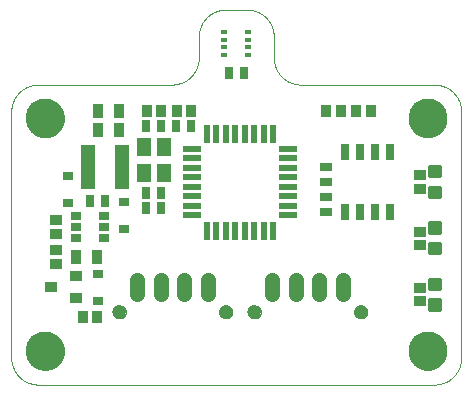
<source format=gts>
G75*
%MOIN*%
%OFA0B0*%
%FSLAX25Y25*%
%IPPOS*%
%LPD*%
%AMOC8*
5,1,8,0,0,1.08239X$1,22.5*
%
%ADD10C,0.00000*%
%ADD11C,0.12998*%
%ADD12R,0.03156X0.03943*%
%ADD13R,0.03550X0.05124*%
%ADD14R,0.03668X0.02880*%
%ADD15R,0.05124X0.14967*%
%ADD16R,0.03943X0.03746*%
%ADD17R,0.06109X0.02369*%
%ADD18R,0.02369X0.06109*%
%ADD19R,0.02369X0.01778*%
%ADD20R,0.03943X0.03156*%
%ADD21C,0.01301*%
%ADD22R,0.02900X0.05400*%
%ADD23R,0.03550X0.02880*%
%ADD24R,0.03600X0.03900*%
%ADD25R,0.05124X0.05912*%
%ADD26R,0.03943X0.03550*%
%ADD27R,0.03746X0.03943*%
%ADD28C,0.05156*%
%ADD29C,0.04731*%
D10*
X0014550Y0005550D02*
X0146550Y0005550D01*
X0146767Y0005553D01*
X0146985Y0005561D01*
X0147202Y0005574D01*
X0147419Y0005592D01*
X0147635Y0005616D01*
X0147850Y0005644D01*
X0148065Y0005678D01*
X0148279Y0005718D01*
X0148492Y0005762D01*
X0148704Y0005812D01*
X0148914Y0005866D01*
X0149124Y0005926D01*
X0149331Y0005990D01*
X0149537Y0006060D01*
X0149741Y0006135D01*
X0149944Y0006214D01*
X0150144Y0006299D01*
X0150343Y0006388D01*
X0150539Y0006482D01*
X0150733Y0006581D01*
X0150924Y0006684D01*
X0151113Y0006792D01*
X0151299Y0006905D01*
X0151482Y0007022D01*
X0151663Y0007143D01*
X0151840Y0007269D01*
X0152014Y0007399D01*
X0152186Y0007533D01*
X0152354Y0007671D01*
X0152518Y0007813D01*
X0152679Y0007960D01*
X0152837Y0008110D01*
X0152990Y0008263D01*
X0153140Y0008421D01*
X0153287Y0008582D01*
X0153429Y0008746D01*
X0153567Y0008914D01*
X0153701Y0009086D01*
X0153831Y0009260D01*
X0153957Y0009437D01*
X0154078Y0009618D01*
X0154195Y0009801D01*
X0154308Y0009987D01*
X0154416Y0010176D01*
X0154519Y0010367D01*
X0154618Y0010561D01*
X0154712Y0010757D01*
X0154801Y0010956D01*
X0154886Y0011156D01*
X0154965Y0011359D01*
X0155040Y0011563D01*
X0155110Y0011769D01*
X0155174Y0011976D01*
X0155234Y0012186D01*
X0155288Y0012396D01*
X0155338Y0012608D01*
X0155382Y0012821D01*
X0155422Y0013035D01*
X0155456Y0013250D01*
X0155484Y0013465D01*
X0155508Y0013681D01*
X0155526Y0013898D01*
X0155539Y0014115D01*
X0155547Y0014333D01*
X0155550Y0014550D01*
X0155550Y0096550D01*
X0155547Y0096767D01*
X0155539Y0096985D01*
X0155526Y0097202D01*
X0155508Y0097419D01*
X0155484Y0097635D01*
X0155456Y0097850D01*
X0155422Y0098065D01*
X0155382Y0098279D01*
X0155338Y0098492D01*
X0155288Y0098704D01*
X0155234Y0098914D01*
X0155174Y0099124D01*
X0155110Y0099331D01*
X0155040Y0099537D01*
X0154965Y0099741D01*
X0154886Y0099944D01*
X0154801Y0100144D01*
X0154712Y0100343D01*
X0154618Y0100539D01*
X0154519Y0100733D01*
X0154416Y0100924D01*
X0154308Y0101113D01*
X0154195Y0101299D01*
X0154078Y0101482D01*
X0153957Y0101663D01*
X0153831Y0101840D01*
X0153701Y0102014D01*
X0153567Y0102186D01*
X0153429Y0102354D01*
X0153287Y0102518D01*
X0153140Y0102679D01*
X0152990Y0102837D01*
X0152837Y0102990D01*
X0152679Y0103140D01*
X0152518Y0103287D01*
X0152354Y0103429D01*
X0152186Y0103567D01*
X0152014Y0103701D01*
X0151840Y0103831D01*
X0151663Y0103957D01*
X0151482Y0104078D01*
X0151299Y0104195D01*
X0151113Y0104308D01*
X0150924Y0104416D01*
X0150733Y0104519D01*
X0150539Y0104618D01*
X0150343Y0104712D01*
X0150144Y0104801D01*
X0149944Y0104886D01*
X0149741Y0104965D01*
X0149537Y0105040D01*
X0149331Y0105110D01*
X0149124Y0105174D01*
X0148914Y0105234D01*
X0148704Y0105288D01*
X0148492Y0105338D01*
X0148279Y0105382D01*
X0148065Y0105422D01*
X0147850Y0105456D01*
X0147635Y0105484D01*
X0147419Y0105508D01*
X0147202Y0105526D01*
X0146985Y0105539D01*
X0146767Y0105547D01*
X0146550Y0105550D01*
X0102050Y0105550D01*
X0101833Y0105553D01*
X0101615Y0105561D01*
X0101398Y0105574D01*
X0101181Y0105592D01*
X0100965Y0105616D01*
X0100750Y0105644D01*
X0100535Y0105678D01*
X0100321Y0105718D01*
X0100108Y0105762D01*
X0099896Y0105812D01*
X0099686Y0105866D01*
X0099476Y0105926D01*
X0099269Y0105990D01*
X0099063Y0106060D01*
X0098859Y0106135D01*
X0098656Y0106214D01*
X0098456Y0106299D01*
X0098257Y0106388D01*
X0098061Y0106482D01*
X0097867Y0106581D01*
X0097676Y0106684D01*
X0097487Y0106792D01*
X0097301Y0106905D01*
X0097118Y0107022D01*
X0096937Y0107143D01*
X0096760Y0107269D01*
X0096586Y0107399D01*
X0096414Y0107533D01*
X0096246Y0107671D01*
X0096082Y0107813D01*
X0095921Y0107960D01*
X0095763Y0108110D01*
X0095610Y0108263D01*
X0095460Y0108421D01*
X0095313Y0108582D01*
X0095171Y0108746D01*
X0095033Y0108914D01*
X0094899Y0109086D01*
X0094769Y0109260D01*
X0094643Y0109437D01*
X0094522Y0109618D01*
X0094405Y0109801D01*
X0094292Y0109987D01*
X0094184Y0110176D01*
X0094081Y0110367D01*
X0093982Y0110561D01*
X0093888Y0110757D01*
X0093799Y0110956D01*
X0093714Y0111156D01*
X0093635Y0111359D01*
X0093560Y0111563D01*
X0093490Y0111769D01*
X0093426Y0111976D01*
X0093366Y0112186D01*
X0093312Y0112396D01*
X0093262Y0112608D01*
X0093218Y0112821D01*
X0093178Y0113035D01*
X0093144Y0113250D01*
X0093116Y0113465D01*
X0093092Y0113681D01*
X0093074Y0113898D01*
X0093061Y0114115D01*
X0093053Y0114333D01*
X0093050Y0114550D01*
X0093050Y0121550D01*
X0093047Y0121767D01*
X0093039Y0121985D01*
X0093026Y0122202D01*
X0093008Y0122419D01*
X0092984Y0122635D01*
X0092956Y0122850D01*
X0092922Y0123065D01*
X0092882Y0123279D01*
X0092838Y0123492D01*
X0092788Y0123704D01*
X0092734Y0123914D01*
X0092674Y0124124D01*
X0092610Y0124331D01*
X0092540Y0124537D01*
X0092465Y0124741D01*
X0092386Y0124944D01*
X0092301Y0125144D01*
X0092212Y0125343D01*
X0092118Y0125539D01*
X0092019Y0125733D01*
X0091916Y0125924D01*
X0091808Y0126113D01*
X0091695Y0126299D01*
X0091578Y0126482D01*
X0091457Y0126663D01*
X0091331Y0126840D01*
X0091201Y0127014D01*
X0091067Y0127186D01*
X0090929Y0127354D01*
X0090787Y0127518D01*
X0090640Y0127679D01*
X0090490Y0127837D01*
X0090337Y0127990D01*
X0090179Y0128140D01*
X0090018Y0128287D01*
X0089854Y0128429D01*
X0089686Y0128567D01*
X0089514Y0128701D01*
X0089340Y0128831D01*
X0089163Y0128957D01*
X0088982Y0129078D01*
X0088799Y0129195D01*
X0088613Y0129308D01*
X0088424Y0129416D01*
X0088233Y0129519D01*
X0088039Y0129618D01*
X0087843Y0129712D01*
X0087644Y0129801D01*
X0087444Y0129886D01*
X0087241Y0129965D01*
X0087037Y0130040D01*
X0086831Y0130110D01*
X0086624Y0130174D01*
X0086414Y0130234D01*
X0086204Y0130288D01*
X0085992Y0130338D01*
X0085779Y0130382D01*
X0085565Y0130422D01*
X0085350Y0130456D01*
X0085135Y0130484D01*
X0084919Y0130508D01*
X0084702Y0130526D01*
X0084485Y0130539D01*
X0084267Y0130547D01*
X0084050Y0130550D01*
X0077050Y0130550D01*
X0076833Y0130547D01*
X0076615Y0130539D01*
X0076398Y0130526D01*
X0076181Y0130508D01*
X0075965Y0130484D01*
X0075750Y0130456D01*
X0075535Y0130422D01*
X0075321Y0130382D01*
X0075108Y0130338D01*
X0074896Y0130288D01*
X0074686Y0130234D01*
X0074476Y0130174D01*
X0074269Y0130110D01*
X0074063Y0130040D01*
X0073859Y0129965D01*
X0073656Y0129886D01*
X0073456Y0129801D01*
X0073257Y0129712D01*
X0073061Y0129618D01*
X0072867Y0129519D01*
X0072676Y0129416D01*
X0072487Y0129308D01*
X0072301Y0129195D01*
X0072118Y0129078D01*
X0071937Y0128957D01*
X0071760Y0128831D01*
X0071586Y0128701D01*
X0071414Y0128567D01*
X0071246Y0128429D01*
X0071082Y0128287D01*
X0070921Y0128140D01*
X0070763Y0127990D01*
X0070610Y0127837D01*
X0070460Y0127679D01*
X0070313Y0127518D01*
X0070171Y0127354D01*
X0070033Y0127186D01*
X0069899Y0127014D01*
X0069769Y0126840D01*
X0069643Y0126663D01*
X0069522Y0126482D01*
X0069405Y0126299D01*
X0069292Y0126113D01*
X0069184Y0125924D01*
X0069081Y0125733D01*
X0068982Y0125539D01*
X0068888Y0125343D01*
X0068799Y0125144D01*
X0068714Y0124944D01*
X0068635Y0124741D01*
X0068560Y0124537D01*
X0068490Y0124331D01*
X0068426Y0124124D01*
X0068366Y0123914D01*
X0068312Y0123704D01*
X0068262Y0123492D01*
X0068218Y0123279D01*
X0068178Y0123065D01*
X0068144Y0122850D01*
X0068116Y0122635D01*
X0068092Y0122419D01*
X0068074Y0122202D01*
X0068061Y0121985D01*
X0068053Y0121767D01*
X0068050Y0121550D01*
X0068050Y0114550D01*
X0068047Y0114333D01*
X0068039Y0114115D01*
X0068026Y0113898D01*
X0068008Y0113681D01*
X0067984Y0113465D01*
X0067956Y0113250D01*
X0067922Y0113035D01*
X0067882Y0112821D01*
X0067838Y0112608D01*
X0067788Y0112396D01*
X0067734Y0112186D01*
X0067674Y0111976D01*
X0067610Y0111769D01*
X0067540Y0111563D01*
X0067465Y0111359D01*
X0067386Y0111156D01*
X0067301Y0110956D01*
X0067212Y0110757D01*
X0067118Y0110561D01*
X0067019Y0110367D01*
X0066916Y0110176D01*
X0066808Y0109987D01*
X0066695Y0109801D01*
X0066578Y0109618D01*
X0066457Y0109437D01*
X0066331Y0109260D01*
X0066201Y0109086D01*
X0066067Y0108914D01*
X0065929Y0108746D01*
X0065787Y0108582D01*
X0065640Y0108421D01*
X0065490Y0108263D01*
X0065337Y0108110D01*
X0065179Y0107960D01*
X0065018Y0107813D01*
X0064854Y0107671D01*
X0064686Y0107533D01*
X0064514Y0107399D01*
X0064340Y0107269D01*
X0064163Y0107143D01*
X0063982Y0107022D01*
X0063799Y0106905D01*
X0063613Y0106792D01*
X0063424Y0106684D01*
X0063233Y0106581D01*
X0063039Y0106482D01*
X0062843Y0106388D01*
X0062644Y0106299D01*
X0062444Y0106214D01*
X0062241Y0106135D01*
X0062037Y0106060D01*
X0061831Y0105990D01*
X0061624Y0105926D01*
X0061414Y0105866D01*
X0061204Y0105812D01*
X0060992Y0105762D01*
X0060779Y0105718D01*
X0060565Y0105678D01*
X0060350Y0105644D01*
X0060135Y0105616D01*
X0059919Y0105592D01*
X0059702Y0105574D01*
X0059485Y0105561D01*
X0059267Y0105553D01*
X0059050Y0105550D01*
X0014550Y0105550D01*
X0014333Y0105547D01*
X0014115Y0105539D01*
X0013898Y0105526D01*
X0013681Y0105508D01*
X0013465Y0105484D01*
X0013250Y0105456D01*
X0013035Y0105422D01*
X0012821Y0105382D01*
X0012608Y0105338D01*
X0012396Y0105288D01*
X0012186Y0105234D01*
X0011976Y0105174D01*
X0011769Y0105110D01*
X0011563Y0105040D01*
X0011359Y0104965D01*
X0011156Y0104886D01*
X0010956Y0104801D01*
X0010757Y0104712D01*
X0010561Y0104618D01*
X0010367Y0104519D01*
X0010176Y0104416D01*
X0009987Y0104308D01*
X0009801Y0104195D01*
X0009618Y0104078D01*
X0009437Y0103957D01*
X0009260Y0103831D01*
X0009086Y0103701D01*
X0008914Y0103567D01*
X0008746Y0103429D01*
X0008582Y0103287D01*
X0008421Y0103140D01*
X0008263Y0102990D01*
X0008110Y0102837D01*
X0007960Y0102679D01*
X0007813Y0102518D01*
X0007671Y0102354D01*
X0007533Y0102186D01*
X0007399Y0102014D01*
X0007269Y0101840D01*
X0007143Y0101663D01*
X0007022Y0101482D01*
X0006905Y0101299D01*
X0006792Y0101113D01*
X0006684Y0100924D01*
X0006581Y0100733D01*
X0006482Y0100539D01*
X0006388Y0100343D01*
X0006299Y0100144D01*
X0006214Y0099944D01*
X0006135Y0099741D01*
X0006060Y0099537D01*
X0005990Y0099331D01*
X0005926Y0099124D01*
X0005866Y0098914D01*
X0005812Y0098704D01*
X0005762Y0098492D01*
X0005718Y0098279D01*
X0005678Y0098065D01*
X0005644Y0097850D01*
X0005616Y0097635D01*
X0005592Y0097419D01*
X0005574Y0097202D01*
X0005561Y0096985D01*
X0005553Y0096767D01*
X0005550Y0096550D01*
X0005550Y0014550D01*
X0005553Y0014333D01*
X0005561Y0014115D01*
X0005574Y0013898D01*
X0005592Y0013681D01*
X0005616Y0013465D01*
X0005644Y0013250D01*
X0005678Y0013035D01*
X0005718Y0012821D01*
X0005762Y0012608D01*
X0005812Y0012396D01*
X0005866Y0012186D01*
X0005926Y0011976D01*
X0005990Y0011769D01*
X0006060Y0011563D01*
X0006135Y0011359D01*
X0006214Y0011156D01*
X0006299Y0010956D01*
X0006388Y0010757D01*
X0006482Y0010561D01*
X0006581Y0010367D01*
X0006684Y0010176D01*
X0006792Y0009987D01*
X0006905Y0009801D01*
X0007022Y0009618D01*
X0007143Y0009437D01*
X0007269Y0009260D01*
X0007399Y0009086D01*
X0007533Y0008914D01*
X0007671Y0008746D01*
X0007813Y0008582D01*
X0007960Y0008421D01*
X0008110Y0008263D01*
X0008263Y0008110D01*
X0008421Y0007960D01*
X0008582Y0007813D01*
X0008746Y0007671D01*
X0008914Y0007533D01*
X0009086Y0007399D01*
X0009260Y0007269D01*
X0009437Y0007143D01*
X0009618Y0007022D01*
X0009801Y0006905D01*
X0009987Y0006792D01*
X0010176Y0006684D01*
X0010367Y0006581D01*
X0010561Y0006482D01*
X0010757Y0006388D01*
X0010956Y0006299D01*
X0011156Y0006214D01*
X0011359Y0006135D01*
X0011563Y0006060D01*
X0011769Y0005990D01*
X0011976Y0005926D01*
X0012186Y0005866D01*
X0012396Y0005812D01*
X0012608Y0005762D01*
X0012821Y0005718D01*
X0013035Y0005678D01*
X0013250Y0005644D01*
X0013465Y0005616D01*
X0013681Y0005592D01*
X0013898Y0005574D01*
X0014115Y0005561D01*
X0014333Y0005553D01*
X0014550Y0005550D01*
X0010501Y0016800D02*
X0010503Y0016958D01*
X0010509Y0017116D01*
X0010519Y0017274D01*
X0010533Y0017432D01*
X0010551Y0017589D01*
X0010572Y0017746D01*
X0010598Y0017902D01*
X0010628Y0018058D01*
X0010661Y0018213D01*
X0010699Y0018366D01*
X0010740Y0018519D01*
X0010785Y0018671D01*
X0010834Y0018822D01*
X0010887Y0018971D01*
X0010943Y0019119D01*
X0011003Y0019265D01*
X0011067Y0019410D01*
X0011135Y0019553D01*
X0011206Y0019695D01*
X0011280Y0019835D01*
X0011358Y0019972D01*
X0011440Y0020108D01*
X0011524Y0020242D01*
X0011613Y0020373D01*
X0011704Y0020502D01*
X0011799Y0020629D01*
X0011896Y0020754D01*
X0011997Y0020876D01*
X0012101Y0020995D01*
X0012208Y0021112D01*
X0012318Y0021226D01*
X0012431Y0021337D01*
X0012546Y0021446D01*
X0012664Y0021551D01*
X0012785Y0021653D01*
X0012908Y0021753D01*
X0013034Y0021849D01*
X0013162Y0021942D01*
X0013292Y0022032D01*
X0013425Y0022118D01*
X0013560Y0022202D01*
X0013696Y0022281D01*
X0013835Y0022358D01*
X0013976Y0022430D01*
X0014118Y0022500D01*
X0014262Y0022565D01*
X0014408Y0022627D01*
X0014555Y0022685D01*
X0014704Y0022740D01*
X0014854Y0022791D01*
X0015005Y0022838D01*
X0015157Y0022881D01*
X0015310Y0022920D01*
X0015465Y0022956D01*
X0015620Y0022987D01*
X0015776Y0023015D01*
X0015932Y0023039D01*
X0016089Y0023059D01*
X0016247Y0023075D01*
X0016404Y0023087D01*
X0016563Y0023095D01*
X0016721Y0023099D01*
X0016879Y0023099D01*
X0017037Y0023095D01*
X0017196Y0023087D01*
X0017353Y0023075D01*
X0017511Y0023059D01*
X0017668Y0023039D01*
X0017824Y0023015D01*
X0017980Y0022987D01*
X0018135Y0022956D01*
X0018290Y0022920D01*
X0018443Y0022881D01*
X0018595Y0022838D01*
X0018746Y0022791D01*
X0018896Y0022740D01*
X0019045Y0022685D01*
X0019192Y0022627D01*
X0019338Y0022565D01*
X0019482Y0022500D01*
X0019624Y0022430D01*
X0019765Y0022358D01*
X0019904Y0022281D01*
X0020040Y0022202D01*
X0020175Y0022118D01*
X0020308Y0022032D01*
X0020438Y0021942D01*
X0020566Y0021849D01*
X0020692Y0021753D01*
X0020815Y0021653D01*
X0020936Y0021551D01*
X0021054Y0021446D01*
X0021169Y0021337D01*
X0021282Y0021226D01*
X0021392Y0021112D01*
X0021499Y0020995D01*
X0021603Y0020876D01*
X0021704Y0020754D01*
X0021801Y0020629D01*
X0021896Y0020502D01*
X0021987Y0020373D01*
X0022076Y0020242D01*
X0022160Y0020108D01*
X0022242Y0019972D01*
X0022320Y0019835D01*
X0022394Y0019695D01*
X0022465Y0019553D01*
X0022533Y0019410D01*
X0022597Y0019265D01*
X0022657Y0019119D01*
X0022713Y0018971D01*
X0022766Y0018822D01*
X0022815Y0018671D01*
X0022860Y0018519D01*
X0022901Y0018366D01*
X0022939Y0018213D01*
X0022972Y0018058D01*
X0023002Y0017902D01*
X0023028Y0017746D01*
X0023049Y0017589D01*
X0023067Y0017432D01*
X0023081Y0017274D01*
X0023091Y0017116D01*
X0023097Y0016958D01*
X0023099Y0016800D01*
X0023097Y0016642D01*
X0023091Y0016484D01*
X0023081Y0016326D01*
X0023067Y0016168D01*
X0023049Y0016011D01*
X0023028Y0015854D01*
X0023002Y0015698D01*
X0022972Y0015542D01*
X0022939Y0015387D01*
X0022901Y0015234D01*
X0022860Y0015081D01*
X0022815Y0014929D01*
X0022766Y0014778D01*
X0022713Y0014629D01*
X0022657Y0014481D01*
X0022597Y0014335D01*
X0022533Y0014190D01*
X0022465Y0014047D01*
X0022394Y0013905D01*
X0022320Y0013765D01*
X0022242Y0013628D01*
X0022160Y0013492D01*
X0022076Y0013358D01*
X0021987Y0013227D01*
X0021896Y0013098D01*
X0021801Y0012971D01*
X0021704Y0012846D01*
X0021603Y0012724D01*
X0021499Y0012605D01*
X0021392Y0012488D01*
X0021282Y0012374D01*
X0021169Y0012263D01*
X0021054Y0012154D01*
X0020936Y0012049D01*
X0020815Y0011947D01*
X0020692Y0011847D01*
X0020566Y0011751D01*
X0020438Y0011658D01*
X0020308Y0011568D01*
X0020175Y0011482D01*
X0020040Y0011398D01*
X0019904Y0011319D01*
X0019765Y0011242D01*
X0019624Y0011170D01*
X0019482Y0011100D01*
X0019338Y0011035D01*
X0019192Y0010973D01*
X0019045Y0010915D01*
X0018896Y0010860D01*
X0018746Y0010809D01*
X0018595Y0010762D01*
X0018443Y0010719D01*
X0018290Y0010680D01*
X0018135Y0010644D01*
X0017980Y0010613D01*
X0017824Y0010585D01*
X0017668Y0010561D01*
X0017511Y0010541D01*
X0017353Y0010525D01*
X0017196Y0010513D01*
X0017037Y0010505D01*
X0016879Y0010501D01*
X0016721Y0010501D01*
X0016563Y0010505D01*
X0016404Y0010513D01*
X0016247Y0010525D01*
X0016089Y0010541D01*
X0015932Y0010561D01*
X0015776Y0010585D01*
X0015620Y0010613D01*
X0015465Y0010644D01*
X0015310Y0010680D01*
X0015157Y0010719D01*
X0015005Y0010762D01*
X0014854Y0010809D01*
X0014704Y0010860D01*
X0014555Y0010915D01*
X0014408Y0010973D01*
X0014262Y0011035D01*
X0014118Y0011100D01*
X0013976Y0011170D01*
X0013835Y0011242D01*
X0013696Y0011319D01*
X0013560Y0011398D01*
X0013425Y0011482D01*
X0013292Y0011568D01*
X0013162Y0011658D01*
X0013034Y0011751D01*
X0012908Y0011847D01*
X0012785Y0011947D01*
X0012664Y0012049D01*
X0012546Y0012154D01*
X0012431Y0012263D01*
X0012318Y0012374D01*
X0012208Y0012488D01*
X0012101Y0012605D01*
X0011997Y0012724D01*
X0011896Y0012846D01*
X0011799Y0012971D01*
X0011704Y0013098D01*
X0011613Y0013227D01*
X0011524Y0013358D01*
X0011440Y0013492D01*
X0011358Y0013628D01*
X0011280Y0013765D01*
X0011206Y0013905D01*
X0011135Y0014047D01*
X0011067Y0014190D01*
X0011003Y0014335D01*
X0010943Y0014481D01*
X0010887Y0014629D01*
X0010834Y0014778D01*
X0010785Y0014929D01*
X0010740Y0015081D01*
X0010699Y0015234D01*
X0010661Y0015387D01*
X0010628Y0015542D01*
X0010598Y0015698D01*
X0010572Y0015854D01*
X0010551Y0016011D01*
X0010533Y0016168D01*
X0010519Y0016326D01*
X0010509Y0016484D01*
X0010503Y0016642D01*
X0010501Y0016800D01*
X0039418Y0029782D02*
X0039420Y0029875D01*
X0039426Y0029967D01*
X0039436Y0030059D01*
X0039450Y0030150D01*
X0039467Y0030241D01*
X0039489Y0030331D01*
X0039514Y0030420D01*
X0039543Y0030508D01*
X0039576Y0030594D01*
X0039613Y0030679D01*
X0039653Y0030763D01*
X0039697Y0030844D01*
X0039744Y0030924D01*
X0039794Y0031002D01*
X0039848Y0031077D01*
X0039905Y0031150D01*
X0039965Y0031220D01*
X0040028Y0031288D01*
X0040094Y0031353D01*
X0040162Y0031415D01*
X0040233Y0031475D01*
X0040307Y0031531D01*
X0040383Y0031584D01*
X0040461Y0031633D01*
X0040541Y0031680D01*
X0040623Y0031722D01*
X0040707Y0031762D01*
X0040792Y0031797D01*
X0040879Y0031829D01*
X0040967Y0031858D01*
X0041056Y0031882D01*
X0041146Y0031903D01*
X0041237Y0031919D01*
X0041329Y0031932D01*
X0041421Y0031941D01*
X0041514Y0031946D01*
X0041606Y0031947D01*
X0041699Y0031944D01*
X0041791Y0031937D01*
X0041883Y0031926D01*
X0041974Y0031911D01*
X0042065Y0031893D01*
X0042155Y0031870D01*
X0042243Y0031844D01*
X0042331Y0031814D01*
X0042417Y0031780D01*
X0042501Y0031743D01*
X0042584Y0031701D01*
X0042665Y0031657D01*
X0042745Y0031609D01*
X0042822Y0031558D01*
X0042896Y0031503D01*
X0042969Y0031445D01*
X0043039Y0031385D01*
X0043106Y0031321D01*
X0043170Y0031255D01*
X0043232Y0031185D01*
X0043290Y0031114D01*
X0043345Y0031040D01*
X0043397Y0030963D01*
X0043446Y0030884D01*
X0043492Y0030804D01*
X0043534Y0030721D01*
X0043572Y0030637D01*
X0043607Y0030551D01*
X0043638Y0030464D01*
X0043665Y0030376D01*
X0043688Y0030286D01*
X0043708Y0030196D01*
X0043724Y0030105D01*
X0043736Y0030013D01*
X0043744Y0029921D01*
X0043748Y0029828D01*
X0043748Y0029736D01*
X0043744Y0029643D01*
X0043736Y0029551D01*
X0043724Y0029459D01*
X0043708Y0029368D01*
X0043688Y0029278D01*
X0043665Y0029188D01*
X0043638Y0029100D01*
X0043607Y0029013D01*
X0043572Y0028927D01*
X0043534Y0028843D01*
X0043492Y0028760D01*
X0043446Y0028680D01*
X0043397Y0028601D01*
X0043345Y0028524D01*
X0043290Y0028450D01*
X0043232Y0028379D01*
X0043170Y0028309D01*
X0043106Y0028243D01*
X0043039Y0028179D01*
X0042969Y0028119D01*
X0042896Y0028061D01*
X0042822Y0028006D01*
X0042745Y0027955D01*
X0042666Y0027907D01*
X0042584Y0027863D01*
X0042501Y0027821D01*
X0042417Y0027784D01*
X0042331Y0027750D01*
X0042243Y0027720D01*
X0042155Y0027694D01*
X0042065Y0027671D01*
X0041974Y0027653D01*
X0041883Y0027638D01*
X0041791Y0027627D01*
X0041699Y0027620D01*
X0041606Y0027617D01*
X0041514Y0027618D01*
X0041421Y0027623D01*
X0041329Y0027632D01*
X0041237Y0027645D01*
X0041146Y0027661D01*
X0041056Y0027682D01*
X0040967Y0027706D01*
X0040879Y0027735D01*
X0040792Y0027767D01*
X0040707Y0027802D01*
X0040623Y0027842D01*
X0040541Y0027884D01*
X0040461Y0027931D01*
X0040383Y0027980D01*
X0040307Y0028033D01*
X0040233Y0028089D01*
X0040162Y0028149D01*
X0040094Y0028211D01*
X0040028Y0028276D01*
X0039965Y0028344D01*
X0039905Y0028414D01*
X0039848Y0028487D01*
X0039794Y0028562D01*
X0039744Y0028640D01*
X0039697Y0028720D01*
X0039653Y0028801D01*
X0039613Y0028885D01*
X0039576Y0028970D01*
X0039543Y0029056D01*
X0039514Y0029144D01*
X0039489Y0029233D01*
X0039467Y0029323D01*
X0039450Y0029414D01*
X0039436Y0029505D01*
X0039426Y0029597D01*
X0039420Y0029689D01*
X0039418Y0029782D01*
X0074852Y0029782D02*
X0074854Y0029875D01*
X0074860Y0029967D01*
X0074870Y0030059D01*
X0074884Y0030150D01*
X0074901Y0030241D01*
X0074923Y0030331D01*
X0074948Y0030420D01*
X0074977Y0030508D01*
X0075010Y0030594D01*
X0075047Y0030679D01*
X0075087Y0030763D01*
X0075131Y0030844D01*
X0075178Y0030924D01*
X0075228Y0031002D01*
X0075282Y0031077D01*
X0075339Y0031150D01*
X0075399Y0031220D01*
X0075462Y0031288D01*
X0075528Y0031353D01*
X0075596Y0031415D01*
X0075667Y0031475D01*
X0075741Y0031531D01*
X0075817Y0031584D01*
X0075895Y0031633D01*
X0075975Y0031680D01*
X0076057Y0031722D01*
X0076141Y0031762D01*
X0076226Y0031797D01*
X0076313Y0031829D01*
X0076401Y0031858D01*
X0076490Y0031882D01*
X0076580Y0031903D01*
X0076671Y0031919D01*
X0076763Y0031932D01*
X0076855Y0031941D01*
X0076948Y0031946D01*
X0077040Y0031947D01*
X0077133Y0031944D01*
X0077225Y0031937D01*
X0077317Y0031926D01*
X0077408Y0031911D01*
X0077499Y0031893D01*
X0077589Y0031870D01*
X0077677Y0031844D01*
X0077765Y0031814D01*
X0077851Y0031780D01*
X0077935Y0031743D01*
X0078018Y0031701D01*
X0078099Y0031657D01*
X0078179Y0031609D01*
X0078256Y0031558D01*
X0078330Y0031503D01*
X0078403Y0031445D01*
X0078473Y0031385D01*
X0078540Y0031321D01*
X0078604Y0031255D01*
X0078666Y0031185D01*
X0078724Y0031114D01*
X0078779Y0031040D01*
X0078831Y0030963D01*
X0078880Y0030884D01*
X0078926Y0030804D01*
X0078968Y0030721D01*
X0079006Y0030637D01*
X0079041Y0030551D01*
X0079072Y0030464D01*
X0079099Y0030376D01*
X0079122Y0030286D01*
X0079142Y0030196D01*
X0079158Y0030105D01*
X0079170Y0030013D01*
X0079178Y0029921D01*
X0079182Y0029828D01*
X0079182Y0029736D01*
X0079178Y0029643D01*
X0079170Y0029551D01*
X0079158Y0029459D01*
X0079142Y0029368D01*
X0079122Y0029278D01*
X0079099Y0029188D01*
X0079072Y0029100D01*
X0079041Y0029013D01*
X0079006Y0028927D01*
X0078968Y0028843D01*
X0078926Y0028760D01*
X0078880Y0028680D01*
X0078831Y0028601D01*
X0078779Y0028524D01*
X0078724Y0028450D01*
X0078666Y0028379D01*
X0078604Y0028309D01*
X0078540Y0028243D01*
X0078473Y0028179D01*
X0078403Y0028119D01*
X0078330Y0028061D01*
X0078256Y0028006D01*
X0078179Y0027955D01*
X0078100Y0027907D01*
X0078018Y0027863D01*
X0077935Y0027821D01*
X0077851Y0027784D01*
X0077765Y0027750D01*
X0077677Y0027720D01*
X0077589Y0027694D01*
X0077499Y0027671D01*
X0077408Y0027653D01*
X0077317Y0027638D01*
X0077225Y0027627D01*
X0077133Y0027620D01*
X0077040Y0027617D01*
X0076948Y0027618D01*
X0076855Y0027623D01*
X0076763Y0027632D01*
X0076671Y0027645D01*
X0076580Y0027661D01*
X0076490Y0027682D01*
X0076401Y0027706D01*
X0076313Y0027735D01*
X0076226Y0027767D01*
X0076141Y0027802D01*
X0076057Y0027842D01*
X0075975Y0027884D01*
X0075895Y0027931D01*
X0075817Y0027980D01*
X0075741Y0028033D01*
X0075667Y0028089D01*
X0075596Y0028149D01*
X0075528Y0028211D01*
X0075462Y0028276D01*
X0075399Y0028344D01*
X0075339Y0028414D01*
X0075282Y0028487D01*
X0075228Y0028562D01*
X0075178Y0028640D01*
X0075131Y0028720D01*
X0075087Y0028801D01*
X0075047Y0028885D01*
X0075010Y0028970D01*
X0074977Y0029056D01*
X0074948Y0029144D01*
X0074923Y0029233D01*
X0074901Y0029323D01*
X0074884Y0029414D01*
X0074870Y0029505D01*
X0074860Y0029597D01*
X0074854Y0029689D01*
X0074852Y0029782D01*
X0084418Y0029782D02*
X0084420Y0029875D01*
X0084426Y0029967D01*
X0084436Y0030059D01*
X0084450Y0030150D01*
X0084467Y0030241D01*
X0084489Y0030331D01*
X0084514Y0030420D01*
X0084543Y0030508D01*
X0084576Y0030594D01*
X0084613Y0030679D01*
X0084653Y0030763D01*
X0084697Y0030844D01*
X0084744Y0030924D01*
X0084794Y0031002D01*
X0084848Y0031077D01*
X0084905Y0031150D01*
X0084965Y0031220D01*
X0085028Y0031288D01*
X0085094Y0031353D01*
X0085162Y0031415D01*
X0085233Y0031475D01*
X0085307Y0031531D01*
X0085383Y0031584D01*
X0085461Y0031633D01*
X0085541Y0031680D01*
X0085623Y0031722D01*
X0085707Y0031762D01*
X0085792Y0031797D01*
X0085879Y0031829D01*
X0085967Y0031858D01*
X0086056Y0031882D01*
X0086146Y0031903D01*
X0086237Y0031919D01*
X0086329Y0031932D01*
X0086421Y0031941D01*
X0086514Y0031946D01*
X0086606Y0031947D01*
X0086699Y0031944D01*
X0086791Y0031937D01*
X0086883Y0031926D01*
X0086974Y0031911D01*
X0087065Y0031893D01*
X0087155Y0031870D01*
X0087243Y0031844D01*
X0087331Y0031814D01*
X0087417Y0031780D01*
X0087501Y0031743D01*
X0087584Y0031701D01*
X0087665Y0031657D01*
X0087745Y0031609D01*
X0087822Y0031558D01*
X0087896Y0031503D01*
X0087969Y0031445D01*
X0088039Y0031385D01*
X0088106Y0031321D01*
X0088170Y0031255D01*
X0088232Y0031185D01*
X0088290Y0031114D01*
X0088345Y0031040D01*
X0088397Y0030963D01*
X0088446Y0030884D01*
X0088492Y0030804D01*
X0088534Y0030721D01*
X0088572Y0030637D01*
X0088607Y0030551D01*
X0088638Y0030464D01*
X0088665Y0030376D01*
X0088688Y0030286D01*
X0088708Y0030196D01*
X0088724Y0030105D01*
X0088736Y0030013D01*
X0088744Y0029921D01*
X0088748Y0029828D01*
X0088748Y0029736D01*
X0088744Y0029643D01*
X0088736Y0029551D01*
X0088724Y0029459D01*
X0088708Y0029368D01*
X0088688Y0029278D01*
X0088665Y0029188D01*
X0088638Y0029100D01*
X0088607Y0029013D01*
X0088572Y0028927D01*
X0088534Y0028843D01*
X0088492Y0028760D01*
X0088446Y0028680D01*
X0088397Y0028601D01*
X0088345Y0028524D01*
X0088290Y0028450D01*
X0088232Y0028379D01*
X0088170Y0028309D01*
X0088106Y0028243D01*
X0088039Y0028179D01*
X0087969Y0028119D01*
X0087896Y0028061D01*
X0087822Y0028006D01*
X0087745Y0027955D01*
X0087666Y0027907D01*
X0087584Y0027863D01*
X0087501Y0027821D01*
X0087417Y0027784D01*
X0087331Y0027750D01*
X0087243Y0027720D01*
X0087155Y0027694D01*
X0087065Y0027671D01*
X0086974Y0027653D01*
X0086883Y0027638D01*
X0086791Y0027627D01*
X0086699Y0027620D01*
X0086606Y0027617D01*
X0086514Y0027618D01*
X0086421Y0027623D01*
X0086329Y0027632D01*
X0086237Y0027645D01*
X0086146Y0027661D01*
X0086056Y0027682D01*
X0085967Y0027706D01*
X0085879Y0027735D01*
X0085792Y0027767D01*
X0085707Y0027802D01*
X0085623Y0027842D01*
X0085541Y0027884D01*
X0085461Y0027931D01*
X0085383Y0027980D01*
X0085307Y0028033D01*
X0085233Y0028089D01*
X0085162Y0028149D01*
X0085094Y0028211D01*
X0085028Y0028276D01*
X0084965Y0028344D01*
X0084905Y0028414D01*
X0084848Y0028487D01*
X0084794Y0028562D01*
X0084744Y0028640D01*
X0084697Y0028720D01*
X0084653Y0028801D01*
X0084613Y0028885D01*
X0084576Y0028970D01*
X0084543Y0029056D01*
X0084514Y0029144D01*
X0084489Y0029233D01*
X0084467Y0029323D01*
X0084450Y0029414D01*
X0084436Y0029505D01*
X0084426Y0029597D01*
X0084420Y0029689D01*
X0084418Y0029782D01*
X0119852Y0029782D02*
X0119854Y0029875D01*
X0119860Y0029967D01*
X0119870Y0030059D01*
X0119884Y0030150D01*
X0119901Y0030241D01*
X0119923Y0030331D01*
X0119948Y0030420D01*
X0119977Y0030508D01*
X0120010Y0030594D01*
X0120047Y0030679D01*
X0120087Y0030763D01*
X0120131Y0030844D01*
X0120178Y0030924D01*
X0120228Y0031002D01*
X0120282Y0031077D01*
X0120339Y0031150D01*
X0120399Y0031220D01*
X0120462Y0031288D01*
X0120528Y0031353D01*
X0120596Y0031415D01*
X0120667Y0031475D01*
X0120741Y0031531D01*
X0120817Y0031584D01*
X0120895Y0031633D01*
X0120975Y0031680D01*
X0121057Y0031722D01*
X0121141Y0031762D01*
X0121226Y0031797D01*
X0121313Y0031829D01*
X0121401Y0031858D01*
X0121490Y0031882D01*
X0121580Y0031903D01*
X0121671Y0031919D01*
X0121763Y0031932D01*
X0121855Y0031941D01*
X0121948Y0031946D01*
X0122040Y0031947D01*
X0122133Y0031944D01*
X0122225Y0031937D01*
X0122317Y0031926D01*
X0122408Y0031911D01*
X0122499Y0031893D01*
X0122589Y0031870D01*
X0122677Y0031844D01*
X0122765Y0031814D01*
X0122851Y0031780D01*
X0122935Y0031743D01*
X0123018Y0031701D01*
X0123099Y0031657D01*
X0123179Y0031609D01*
X0123256Y0031558D01*
X0123330Y0031503D01*
X0123403Y0031445D01*
X0123473Y0031385D01*
X0123540Y0031321D01*
X0123604Y0031255D01*
X0123666Y0031185D01*
X0123724Y0031114D01*
X0123779Y0031040D01*
X0123831Y0030963D01*
X0123880Y0030884D01*
X0123926Y0030804D01*
X0123968Y0030721D01*
X0124006Y0030637D01*
X0124041Y0030551D01*
X0124072Y0030464D01*
X0124099Y0030376D01*
X0124122Y0030286D01*
X0124142Y0030196D01*
X0124158Y0030105D01*
X0124170Y0030013D01*
X0124178Y0029921D01*
X0124182Y0029828D01*
X0124182Y0029736D01*
X0124178Y0029643D01*
X0124170Y0029551D01*
X0124158Y0029459D01*
X0124142Y0029368D01*
X0124122Y0029278D01*
X0124099Y0029188D01*
X0124072Y0029100D01*
X0124041Y0029013D01*
X0124006Y0028927D01*
X0123968Y0028843D01*
X0123926Y0028760D01*
X0123880Y0028680D01*
X0123831Y0028601D01*
X0123779Y0028524D01*
X0123724Y0028450D01*
X0123666Y0028379D01*
X0123604Y0028309D01*
X0123540Y0028243D01*
X0123473Y0028179D01*
X0123403Y0028119D01*
X0123330Y0028061D01*
X0123256Y0028006D01*
X0123179Y0027955D01*
X0123100Y0027907D01*
X0123018Y0027863D01*
X0122935Y0027821D01*
X0122851Y0027784D01*
X0122765Y0027750D01*
X0122677Y0027720D01*
X0122589Y0027694D01*
X0122499Y0027671D01*
X0122408Y0027653D01*
X0122317Y0027638D01*
X0122225Y0027627D01*
X0122133Y0027620D01*
X0122040Y0027617D01*
X0121948Y0027618D01*
X0121855Y0027623D01*
X0121763Y0027632D01*
X0121671Y0027645D01*
X0121580Y0027661D01*
X0121490Y0027682D01*
X0121401Y0027706D01*
X0121313Y0027735D01*
X0121226Y0027767D01*
X0121141Y0027802D01*
X0121057Y0027842D01*
X0120975Y0027884D01*
X0120895Y0027931D01*
X0120817Y0027980D01*
X0120741Y0028033D01*
X0120667Y0028089D01*
X0120596Y0028149D01*
X0120528Y0028211D01*
X0120462Y0028276D01*
X0120399Y0028344D01*
X0120339Y0028414D01*
X0120282Y0028487D01*
X0120228Y0028562D01*
X0120178Y0028640D01*
X0120131Y0028720D01*
X0120087Y0028801D01*
X0120047Y0028885D01*
X0120010Y0028970D01*
X0119977Y0029056D01*
X0119948Y0029144D01*
X0119923Y0029233D01*
X0119901Y0029323D01*
X0119884Y0029414D01*
X0119870Y0029505D01*
X0119860Y0029597D01*
X0119854Y0029689D01*
X0119852Y0029782D01*
X0138001Y0016800D02*
X0138003Y0016958D01*
X0138009Y0017116D01*
X0138019Y0017274D01*
X0138033Y0017432D01*
X0138051Y0017589D01*
X0138072Y0017746D01*
X0138098Y0017902D01*
X0138128Y0018058D01*
X0138161Y0018213D01*
X0138199Y0018366D01*
X0138240Y0018519D01*
X0138285Y0018671D01*
X0138334Y0018822D01*
X0138387Y0018971D01*
X0138443Y0019119D01*
X0138503Y0019265D01*
X0138567Y0019410D01*
X0138635Y0019553D01*
X0138706Y0019695D01*
X0138780Y0019835D01*
X0138858Y0019972D01*
X0138940Y0020108D01*
X0139024Y0020242D01*
X0139113Y0020373D01*
X0139204Y0020502D01*
X0139299Y0020629D01*
X0139396Y0020754D01*
X0139497Y0020876D01*
X0139601Y0020995D01*
X0139708Y0021112D01*
X0139818Y0021226D01*
X0139931Y0021337D01*
X0140046Y0021446D01*
X0140164Y0021551D01*
X0140285Y0021653D01*
X0140408Y0021753D01*
X0140534Y0021849D01*
X0140662Y0021942D01*
X0140792Y0022032D01*
X0140925Y0022118D01*
X0141060Y0022202D01*
X0141196Y0022281D01*
X0141335Y0022358D01*
X0141476Y0022430D01*
X0141618Y0022500D01*
X0141762Y0022565D01*
X0141908Y0022627D01*
X0142055Y0022685D01*
X0142204Y0022740D01*
X0142354Y0022791D01*
X0142505Y0022838D01*
X0142657Y0022881D01*
X0142810Y0022920D01*
X0142965Y0022956D01*
X0143120Y0022987D01*
X0143276Y0023015D01*
X0143432Y0023039D01*
X0143589Y0023059D01*
X0143747Y0023075D01*
X0143904Y0023087D01*
X0144063Y0023095D01*
X0144221Y0023099D01*
X0144379Y0023099D01*
X0144537Y0023095D01*
X0144696Y0023087D01*
X0144853Y0023075D01*
X0145011Y0023059D01*
X0145168Y0023039D01*
X0145324Y0023015D01*
X0145480Y0022987D01*
X0145635Y0022956D01*
X0145790Y0022920D01*
X0145943Y0022881D01*
X0146095Y0022838D01*
X0146246Y0022791D01*
X0146396Y0022740D01*
X0146545Y0022685D01*
X0146692Y0022627D01*
X0146838Y0022565D01*
X0146982Y0022500D01*
X0147124Y0022430D01*
X0147265Y0022358D01*
X0147404Y0022281D01*
X0147540Y0022202D01*
X0147675Y0022118D01*
X0147808Y0022032D01*
X0147938Y0021942D01*
X0148066Y0021849D01*
X0148192Y0021753D01*
X0148315Y0021653D01*
X0148436Y0021551D01*
X0148554Y0021446D01*
X0148669Y0021337D01*
X0148782Y0021226D01*
X0148892Y0021112D01*
X0148999Y0020995D01*
X0149103Y0020876D01*
X0149204Y0020754D01*
X0149301Y0020629D01*
X0149396Y0020502D01*
X0149487Y0020373D01*
X0149576Y0020242D01*
X0149660Y0020108D01*
X0149742Y0019972D01*
X0149820Y0019835D01*
X0149894Y0019695D01*
X0149965Y0019553D01*
X0150033Y0019410D01*
X0150097Y0019265D01*
X0150157Y0019119D01*
X0150213Y0018971D01*
X0150266Y0018822D01*
X0150315Y0018671D01*
X0150360Y0018519D01*
X0150401Y0018366D01*
X0150439Y0018213D01*
X0150472Y0018058D01*
X0150502Y0017902D01*
X0150528Y0017746D01*
X0150549Y0017589D01*
X0150567Y0017432D01*
X0150581Y0017274D01*
X0150591Y0017116D01*
X0150597Y0016958D01*
X0150599Y0016800D01*
X0150597Y0016642D01*
X0150591Y0016484D01*
X0150581Y0016326D01*
X0150567Y0016168D01*
X0150549Y0016011D01*
X0150528Y0015854D01*
X0150502Y0015698D01*
X0150472Y0015542D01*
X0150439Y0015387D01*
X0150401Y0015234D01*
X0150360Y0015081D01*
X0150315Y0014929D01*
X0150266Y0014778D01*
X0150213Y0014629D01*
X0150157Y0014481D01*
X0150097Y0014335D01*
X0150033Y0014190D01*
X0149965Y0014047D01*
X0149894Y0013905D01*
X0149820Y0013765D01*
X0149742Y0013628D01*
X0149660Y0013492D01*
X0149576Y0013358D01*
X0149487Y0013227D01*
X0149396Y0013098D01*
X0149301Y0012971D01*
X0149204Y0012846D01*
X0149103Y0012724D01*
X0148999Y0012605D01*
X0148892Y0012488D01*
X0148782Y0012374D01*
X0148669Y0012263D01*
X0148554Y0012154D01*
X0148436Y0012049D01*
X0148315Y0011947D01*
X0148192Y0011847D01*
X0148066Y0011751D01*
X0147938Y0011658D01*
X0147808Y0011568D01*
X0147675Y0011482D01*
X0147540Y0011398D01*
X0147404Y0011319D01*
X0147265Y0011242D01*
X0147124Y0011170D01*
X0146982Y0011100D01*
X0146838Y0011035D01*
X0146692Y0010973D01*
X0146545Y0010915D01*
X0146396Y0010860D01*
X0146246Y0010809D01*
X0146095Y0010762D01*
X0145943Y0010719D01*
X0145790Y0010680D01*
X0145635Y0010644D01*
X0145480Y0010613D01*
X0145324Y0010585D01*
X0145168Y0010561D01*
X0145011Y0010541D01*
X0144853Y0010525D01*
X0144696Y0010513D01*
X0144537Y0010505D01*
X0144379Y0010501D01*
X0144221Y0010501D01*
X0144063Y0010505D01*
X0143904Y0010513D01*
X0143747Y0010525D01*
X0143589Y0010541D01*
X0143432Y0010561D01*
X0143276Y0010585D01*
X0143120Y0010613D01*
X0142965Y0010644D01*
X0142810Y0010680D01*
X0142657Y0010719D01*
X0142505Y0010762D01*
X0142354Y0010809D01*
X0142204Y0010860D01*
X0142055Y0010915D01*
X0141908Y0010973D01*
X0141762Y0011035D01*
X0141618Y0011100D01*
X0141476Y0011170D01*
X0141335Y0011242D01*
X0141196Y0011319D01*
X0141060Y0011398D01*
X0140925Y0011482D01*
X0140792Y0011568D01*
X0140662Y0011658D01*
X0140534Y0011751D01*
X0140408Y0011847D01*
X0140285Y0011947D01*
X0140164Y0012049D01*
X0140046Y0012154D01*
X0139931Y0012263D01*
X0139818Y0012374D01*
X0139708Y0012488D01*
X0139601Y0012605D01*
X0139497Y0012724D01*
X0139396Y0012846D01*
X0139299Y0012971D01*
X0139204Y0013098D01*
X0139113Y0013227D01*
X0139024Y0013358D01*
X0138940Y0013492D01*
X0138858Y0013628D01*
X0138780Y0013765D01*
X0138706Y0013905D01*
X0138635Y0014047D01*
X0138567Y0014190D01*
X0138503Y0014335D01*
X0138443Y0014481D01*
X0138387Y0014629D01*
X0138334Y0014778D01*
X0138285Y0014929D01*
X0138240Y0015081D01*
X0138199Y0015234D01*
X0138161Y0015387D01*
X0138128Y0015542D01*
X0138098Y0015698D01*
X0138072Y0015854D01*
X0138051Y0016011D01*
X0138033Y0016168D01*
X0138019Y0016326D01*
X0138009Y0016484D01*
X0138003Y0016642D01*
X0138001Y0016800D01*
X0138001Y0094300D02*
X0138003Y0094458D01*
X0138009Y0094616D01*
X0138019Y0094774D01*
X0138033Y0094932D01*
X0138051Y0095089D01*
X0138072Y0095246D01*
X0138098Y0095402D01*
X0138128Y0095558D01*
X0138161Y0095713D01*
X0138199Y0095866D01*
X0138240Y0096019D01*
X0138285Y0096171D01*
X0138334Y0096322D01*
X0138387Y0096471D01*
X0138443Y0096619D01*
X0138503Y0096765D01*
X0138567Y0096910D01*
X0138635Y0097053D01*
X0138706Y0097195D01*
X0138780Y0097335D01*
X0138858Y0097472D01*
X0138940Y0097608D01*
X0139024Y0097742D01*
X0139113Y0097873D01*
X0139204Y0098002D01*
X0139299Y0098129D01*
X0139396Y0098254D01*
X0139497Y0098376D01*
X0139601Y0098495D01*
X0139708Y0098612D01*
X0139818Y0098726D01*
X0139931Y0098837D01*
X0140046Y0098946D01*
X0140164Y0099051D01*
X0140285Y0099153D01*
X0140408Y0099253D01*
X0140534Y0099349D01*
X0140662Y0099442D01*
X0140792Y0099532D01*
X0140925Y0099618D01*
X0141060Y0099702D01*
X0141196Y0099781D01*
X0141335Y0099858D01*
X0141476Y0099930D01*
X0141618Y0100000D01*
X0141762Y0100065D01*
X0141908Y0100127D01*
X0142055Y0100185D01*
X0142204Y0100240D01*
X0142354Y0100291D01*
X0142505Y0100338D01*
X0142657Y0100381D01*
X0142810Y0100420D01*
X0142965Y0100456D01*
X0143120Y0100487D01*
X0143276Y0100515D01*
X0143432Y0100539D01*
X0143589Y0100559D01*
X0143747Y0100575D01*
X0143904Y0100587D01*
X0144063Y0100595D01*
X0144221Y0100599D01*
X0144379Y0100599D01*
X0144537Y0100595D01*
X0144696Y0100587D01*
X0144853Y0100575D01*
X0145011Y0100559D01*
X0145168Y0100539D01*
X0145324Y0100515D01*
X0145480Y0100487D01*
X0145635Y0100456D01*
X0145790Y0100420D01*
X0145943Y0100381D01*
X0146095Y0100338D01*
X0146246Y0100291D01*
X0146396Y0100240D01*
X0146545Y0100185D01*
X0146692Y0100127D01*
X0146838Y0100065D01*
X0146982Y0100000D01*
X0147124Y0099930D01*
X0147265Y0099858D01*
X0147404Y0099781D01*
X0147540Y0099702D01*
X0147675Y0099618D01*
X0147808Y0099532D01*
X0147938Y0099442D01*
X0148066Y0099349D01*
X0148192Y0099253D01*
X0148315Y0099153D01*
X0148436Y0099051D01*
X0148554Y0098946D01*
X0148669Y0098837D01*
X0148782Y0098726D01*
X0148892Y0098612D01*
X0148999Y0098495D01*
X0149103Y0098376D01*
X0149204Y0098254D01*
X0149301Y0098129D01*
X0149396Y0098002D01*
X0149487Y0097873D01*
X0149576Y0097742D01*
X0149660Y0097608D01*
X0149742Y0097472D01*
X0149820Y0097335D01*
X0149894Y0097195D01*
X0149965Y0097053D01*
X0150033Y0096910D01*
X0150097Y0096765D01*
X0150157Y0096619D01*
X0150213Y0096471D01*
X0150266Y0096322D01*
X0150315Y0096171D01*
X0150360Y0096019D01*
X0150401Y0095866D01*
X0150439Y0095713D01*
X0150472Y0095558D01*
X0150502Y0095402D01*
X0150528Y0095246D01*
X0150549Y0095089D01*
X0150567Y0094932D01*
X0150581Y0094774D01*
X0150591Y0094616D01*
X0150597Y0094458D01*
X0150599Y0094300D01*
X0150597Y0094142D01*
X0150591Y0093984D01*
X0150581Y0093826D01*
X0150567Y0093668D01*
X0150549Y0093511D01*
X0150528Y0093354D01*
X0150502Y0093198D01*
X0150472Y0093042D01*
X0150439Y0092887D01*
X0150401Y0092734D01*
X0150360Y0092581D01*
X0150315Y0092429D01*
X0150266Y0092278D01*
X0150213Y0092129D01*
X0150157Y0091981D01*
X0150097Y0091835D01*
X0150033Y0091690D01*
X0149965Y0091547D01*
X0149894Y0091405D01*
X0149820Y0091265D01*
X0149742Y0091128D01*
X0149660Y0090992D01*
X0149576Y0090858D01*
X0149487Y0090727D01*
X0149396Y0090598D01*
X0149301Y0090471D01*
X0149204Y0090346D01*
X0149103Y0090224D01*
X0148999Y0090105D01*
X0148892Y0089988D01*
X0148782Y0089874D01*
X0148669Y0089763D01*
X0148554Y0089654D01*
X0148436Y0089549D01*
X0148315Y0089447D01*
X0148192Y0089347D01*
X0148066Y0089251D01*
X0147938Y0089158D01*
X0147808Y0089068D01*
X0147675Y0088982D01*
X0147540Y0088898D01*
X0147404Y0088819D01*
X0147265Y0088742D01*
X0147124Y0088670D01*
X0146982Y0088600D01*
X0146838Y0088535D01*
X0146692Y0088473D01*
X0146545Y0088415D01*
X0146396Y0088360D01*
X0146246Y0088309D01*
X0146095Y0088262D01*
X0145943Y0088219D01*
X0145790Y0088180D01*
X0145635Y0088144D01*
X0145480Y0088113D01*
X0145324Y0088085D01*
X0145168Y0088061D01*
X0145011Y0088041D01*
X0144853Y0088025D01*
X0144696Y0088013D01*
X0144537Y0088005D01*
X0144379Y0088001D01*
X0144221Y0088001D01*
X0144063Y0088005D01*
X0143904Y0088013D01*
X0143747Y0088025D01*
X0143589Y0088041D01*
X0143432Y0088061D01*
X0143276Y0088085D01*
X0143120Y0088113D01*
X0142965Y0088144D01*
X0142810Y0088180D01*
X0142657Y0088219D01*
X0142505Y0088262D01*
X0142354Y0088309D01*
X0142204Y0088360D01*
X0142055Y0088415D01*
X0141908Y0088473D01*
X0141762Y0088535D01*
X0141618Y0088600D01*
X0141476Y0088670D01*
X0141335Y0088742D01*
X0141196Y0088819D01*
X0141060Y0088898D01*
X0140925Y0088982D01*
X0140792Y0089068D01*
X0140662Y0089158D01*
X0140534Y0089251D01*
X0140408Y0089347D01*
X0140285Y0089447D01*
X0140164Y0089549D01*
X0140046Y0089654D01*
X0139931Y0089763D01*
X0139818Y0089874D01*
X0139708Y0089988D01*
X0139601Y0090105D01*
X0139497Y0090224D01*
X0139396Y0090346D01*
X0139299Y0090471D01*
X0139204Y0090598D01*
X0139113Y0090727D01*
X0139024Y0090858D01*
X0138940Y0090992D01*
X0138858Y0091128D01*
X0138780Y0091265D01*
X0138706Y0091405D01*
X0138635Y0091547D01*
X0138567Y0091690D01*
X0138503Y0091835D01*
X0138443Y0091981D01*
X0138387Y0092129D01*
X0138334Y0092278D01*
X0138285Y0092429D01*
X0138240Y0092581D01*
X0138199Y0092734D01*
X0138161Y0092887D01*
X0138128Y0093042D01*
X0138098Y0093198D01*
X0138072Y0093354D01*
X0138051Y0093511D01*
X0138033Y0093668D01*
X0138019Y0093826D01*
X0138009Y0093984D01*
X0138003Y0094142D01*
X0138001Y0094300D01*
X0010501Y0094300D02*
X0010503Y0094458D01*
X0010509Y0094616D01*
X0010519Y0094774D01*
X0010533Y0094932D01*
X0010551Y0095089D01*
X0010572Y0095246D01*
X0010598Y0095402D01*
X0010628Y0095558D01*
X0010661Y0095713D01*
X0010699Y0095866D01*
X0010740Y0096019D01*
X0010785Y0096171D01*
X0010834Y0096322D01*
X0010887Y0096471D01*
X0010943Y0096619D01*
X0011003Y0096765D01*
X0011067Y0096910D01*
X0011135Y0097053D01*
X0011206Y0097195D01*
X0011280Y0097335D01*
X0011358Y0097472D01*
X0011440Y0097608D01*
X0011524Y0097742D01*
X0011613Y0097873D01*
X0011704Y0098002D01*
X0011799Y0098129D01*
X0011896Y0098254D01*
X0011997Y0098376D01*
X0012101Y0098495D01*
X0012208Y0098612D01*
X0012318Y0098726D01*
X0012431Y0098837D01*
X0012546Y0098946D01*
X0012664Y0099051D01*
X0012785Y0099153D01*
X0012908Y0099253D01*
X0013034Y0099349D01*
X0013162Y0099442D01*
X0013292Y0099532D01*
X0013425Y0099618D01*
X0013560Y0099702D01*
X0013696Y0099781D01*
X0013835Y0099858D01*
X0013976Y0099930D01*
X0014118Y0100000D01*
X0014262Y0100065D01*
X0014408Y0100127D01*
X0014555Y0100185D01*
X0014704Y0100240D01*
X0014854Y0100291D01*
X0015005Y0100338D01*
X0015157Y0100381D01*
X0015310Y0100420D01*
X0015465Y0100456D01*
X0015620Y0100487D01*
X0015776Y0100515D01*
X0015932Y0100539D01*
X0016089Y0100559D01*
X0016247Y0100575D01*
X0016404Y0100587D01*
X0016563Y0100595D01*
X0016721Y0100599D01*
X0016879Y0100599D01*
X0017037Y0100595D01*
X0017196Y0100587D01*
X0017353Y0100575D01*
X0017511Y0100559D01*
X0017668Y0100539D01*
X0017824Y0100515D01*
X0017980Y0100487D01*
X0018135Y0100456D01*
X0018290Y0100420D01*
X0018443Y0100381D01*
X0018595Y0100338D01*
X0018746Y0100291D01*
X0018896Y0100240D01*
X0019045Y0100185D01*
X0019192Y0100127D01*
X0019338Y0100065D01*
X0019482Y0100000D01*
X0019624Y0099930D01*
X0019765Y0099858D01*
X0019904Y0099781D01*
X0020040Y0099702D01*
X0020175Y0099618D01*
X0020308Y0099532D01*
X0020438Y0099442D01*
X0020566Y0099349D01*
X0020692Y0099253D01*
X0020815Y0099153D01*
X0020936Y0099051D01*
X0021054Y0098946D01*
X0021169Y0098837D01*
X0021282Y0098726D01*
X0021392Y0098612D01*
X0021499Y0098495D01*
X0021603Y0098376D01*
X0021704Y0098254D01*
X0021801Y0098129D01*
X0021896Y0098002D01*
X0021987Y0097873D01*
X0022076Y0097742D01*
X0022160Y0097608D01*
X0022242Y0097472D01*
X0022320Y0097335D01*
X0022394Y0097195D01*
X0022465Y0097053D01*
X0022533Y0096910D01*
X0022597Y0096765D01*
X0022657Y0096619D01*
X0022713Y0096471D01*
X0022766Y0096322D01*
X0022815Y0096171D01*
X0022860Y0096019D01*
X0022901Y0095866D01*
X0022939Y0095713D01*
X0022972Y0095558D01*
X0023002Y0095402D01*
X0023028Y0095246D01*
X0023049Y0095089D01*
X0023067Y0094932D01*
X0023081Y0094774D01*
X0023091Y0094616D01*
X0023097Y0094458D01*
X0023099Y0094300D01*
X0023097Y0094142D01*
X0023091Y0093984D01*
X0023081Y0093826D01*
X0023067Y0093668D01*
X0023049Y0093511D01*
X0023028Y0093354D01*
X0023002Y0093198D01*
X0022972Y0093042D01*
X0022939Y0092887D01*
X0022901Y0092734D01*
X0022860Y0092581D01*
X0022815Y0092429D01*
X0022766Y0092278D01*
X0022713Y0092129D01*
X0022657Y0091981D01*
X0022597Y0091835D01*
X0022533Y0091690D01*
X0022465Y0091547D01*
X0022394Y0091405D01*
X0022320Y0091265D01*
X0022242Y0091128D01*
X0022160Y0090992D01*
X0022076Y0090858D01*
X0021987Y0090727D01*
X0021896Y0090598D01*
X0021801Y0090471D01*
X0021704Y0090346D01*
X0021603Y0090224D01*
X0021499Y0090105D01*
X0021392Y0089988D01*
X0021282Y0089874D01*
X0021169Y0089763D01*
X0021054Y0089654D01*
X0020936Y0089549D01*
X0020815Y0089447D01*
X0020692Y0089347D01*
X0020566Y0089251D01*
X0020438Y0089158D01*
X0020308Y0089068D01*
X0020175Y0088982D01*
X0020040Y0088898D01*
X0019904Y0088819D01*
X0019765Y0088742D01*
X0019624Y0088670D01*
X0019482Y0088600D01*
X0019338Y0088535D01*
X0019192Y0088473D01*
X0019045Y0088415D01*
X0018896Y0088360D01*
X0018746Y0088309D01*
X0018595Y0088262D01*
X0018443Y0088219D01*
X0018290Y0088180D01*
X0018135Y0088144D01*
X0017980Y0088113D01*
X0017824Y0088085D01*
X0017668Y0088061D01*
X0017511Y0088041D01*
X0017353Y0088025D01*
X0017196Y0088013D01*
X0017037Y0088005D01*
X0016879Y0088001D01*
X0016721Y0088001D01*
X0016563Y0088005D01*
X0016404Y0088013D01*
X0016247Y0088025D01*
X0016089Y0088041D01*
X0015932Y0088061D01*
X0015776Y0088085D01*
X0015620Y0088113D01*
X0015465Y0088144D01*
X0015310Y0088180D01*
X0015157Y0088219D01*
X0015005Y0088262D01*
X0014854Y0088309D01*
X0014704Y0088360D01*
X0014555Y0088415D01*
X0014408Y0088473D01*
X0014262Y0088535D01*
X0014118Y0088600D01*
X0013976Y0088670D01*
X0013835Y0088742D01*
X0013696Y0088819D01*
X0013560Y0088898D01*
X0013425Y0088982D01*
X0013292Y0089068D01*
X0013162Y0089158D01*
X0013034Y0089251D01*
X0012908Y0089347D01*
X0012785Y0089447D01*
X0012664Y0089549D01*
X0012546Y0089654D01*
X0012431Y0089763D01*
X0012318Y0089874D01*
X0012208Y0089988D01*
X0012101Y0090105D01*
X0011997Y0090224D01*
X0011896Y0090346D01*
X0011799Y0090471D01*
X0011704Y0090598D01*
X0011613Y0090727D01*
X0011524Y0090858D01*
X0011440Y0090992D01*
X0011358Y0091128D01*
X0011280Y0091265D01*
X0011206Y0091405D01*
X0011135Y0091547D01*
X0011067Y0091690D01*
X0011003Y0091835D01*
X0010943Y0091981D01*
X0010887Y0092129D01*
X0010834Y0092278D01*
X0010785Y0092429D01*
X0010740Y0092581D01*
X0010699Y0092734D01*
X0010661Y0092887D01*
X0010628Y0093042D01*
X0010598Y0093198D01*
X0010572Y0093354D01*
X0010551Y0093511D01*
X0010533Y0093668D01*
X0010519Y0093826D01*
X0010509Y0093984D01*
X0010503Y0094142D01*
X0010501Y0094300D01*
D11*
X0016800Y0094300D03*
X0016800Y0016800D03*
X0144300Y0016800D03*
X0144300Y0094300D03*
D12*
X0083109Y0109300D03*
X0077991Y0109300D03*
X0065609Y0091800D03*
X0060491Y0091800D03*
X0055609Y0091800D03*
X0050491Y0091800D03*
X0050491Y0069300D03*
X0055609Y0069300D03*
X0055609Y0064300D03*
X0050491Y0064300D03*
X0036859Y0066800D03*
X0031741Y0066800D03*
D13*
X0034093Y0048050D03*
X0027007Y0048050D03*
X0034507Y0090550D03*
X0034507Y0096800D03*
X0041593Y0096800D03*
X0041593Y0090550D03*
D14*
X0024300Y0075078D03*
X0024300Y0066022D03*
X0043050Y0066328D03*
X0043050Y0057272D03*
X0034300Y0042578D03*
X0034300Y0033522D03*
D15*
X0031288Y0078050D03*
X0042312Y0078050D03*
D16*
X0020550Y0060333D03*
X0020550Y0055767D03*
X0020550Y0050333D03*
X0020550Y0045767D03*
X0141800Y0052017D03*
X0141800Y0056583D03*
X0141800Y0070767D03*
X0141800Y0075333D03*
X0141800Y0037833D03*
X0141800Y0033267D03*
D17*
X0097942Y0062026D03*
X0097942Y0065176D03*
X0097942Y0068326D03*
X0097942Y0071475D03*
X0097942Y0074625D03*
X0097942Y0077774D03*
X0097942Y0080924D03*
X0097942Y0084074D03*
X0065658Y0084074D03*
X0065658Y0080924D03*
X0065658Y0077774D03*
X0065658Y0074625D03*
X0065658Y0071475D03*
X0065658Y0068326D03*
X0065658Y0065176D03*
X0065658Y0062026D03*
D18*
X0070776Y0056908D03*
X0073926Y0056908D03*
X0077076Y0056908D03*
X0080225Y0056908D03*
X0083375Y0056908D03*
X0086524Y0056908D03*
X0089674Y0056908D03*
X0092824Y0056908D03*
X0092824Y0089192D03*
X0089674Y0089192D03*
X0086524Y0089192D03*
X0083375Y0089192D03*
X0080225Y0089192D03*
X0077076Y0089192D03*
X0073926Y0089192D03*
X0070776Y0089192D03*
D19*
X0076515Y0115461D03*
X0076515Y0118020D03*
X0076515Y0120580D03*
X0076515Y0123139D03*
X0084585Y0123139D03*
X0084585Y0120580D03*
X0084585Y0118020D03*
X0084585Y0115461D03*
D20*
X0110550Y0078109D03*
X0110550Y0072991D03*
X0110550Y0068109D03*
X0110550Y0062991D03*
D21*
X0145282Y0056235D02*
X0148318Y0056235D01*
X0145282Y0056235D02*
X0145282Y0059271D01*
X0148318Y0059271D01*
X0148318Y0056235D01*
X0148318Y0057535D02*
X0145282Y0057535D01*
X0145282Y0058835D02*
X0148318Y0058835D01*
X0148318Y0049329D02*
X0145282Y0049329D01*
X0145282Y0052365D01*
X0148318Y0052365D01*
X0148318Y0049329D01*
X0148318Y0050629D02*
X0145282Y0050629D01*
X0145282Y0051929D02*
X0148318Y0051929D01*
X0148318Y0037485D02*
X0145282Y0037485D01*
X0145282Y0040521D01*
X0148318Y0040521D01*
X0148318Y0037485D01*
X0148318Y0038785D02*
X0145282Y0038785D01*
X0145282Y0040085D02*
X0148318Y0040085D01*
X0148318Y0030579D02*
X0145282Y0030579D01*
X0145282Y0033615D01*
X0148318Y0033615D01*
X0148318Y0030579D01*
X0148318Y0031879D02*
X0145282Y0031879D01*
X0145282Y0033179D02*
X0148318Y0033179D01*
X0148318Y0068079D02*
X0145282Y0068079D01*
X0145282Y0071115D01*
X0148318Y0071115D01*
X0148318Y0068079D01*
X0148318Y0069379D02*
X0145282Y0069379D01*
X0145282Y0070679D02*
X0148318Y0070679D01*
X0148318Y0074985D02*
X0145282Y0074985D01*
X0145282Y0078021D01*
X0148318Y0078021D01*
X0148318Y0074985D01*
X0148318Y0076285D02*
X0145282Y0076285D01*
X0145282Y0077585D02*
X0148318Y0077585D01*
D22*
X0131800Y0083050D03*
X0126800Y0083050D03*
X0121800Y0083050D03*
X0116800Y0083050D03*
X0116800Y0063050D03*
X0121800Y0063050D03*
X0126800Y0063050D03*
X0131800Y0063050D03*
D23*
X0036524Y0061790D03*
X0036524Y0058050D03*
X0036524Y0054310D03*
X0027076Y0054310D03*
X0027076Y0058050D03*
X0027076Y0061790D03*
D24*
X0110550Y0096800D03*
X0115550Y0096800D03*
X0120550Y0096800D03*
X0125550Y0096800D03*
D25*
X0056396Y0084881D03*
X0049704Y0084881D03*
X0049704Y0076219D03*
X0056396Y0076219D03*
D26*
X0026987Y0041790D03*
X0018719Y0038050D03*
X0026987Y0034310D03*
D27*
X0029517Y0028050D03*
X0034083Y0028050D03*
X0050767Y0096800D03*
X0055333Y0096800D03*
X0060767Y0096800D03*
X0065333Y0096800D03*
D28*
X0063237Y0040428D02*
X0063237Y0035672D01*
X0055363Y0035672D02*
X0055363Y0040428D01*
X0047489Y0040428D02*
X0047489Y0035672D01*
X0071111Y0035672D02*
X0071111Y0040428D01*
X0092489Y0040428D02*
X0092489Y0035672D01*
X0100363Y0035672D02*
X0100363Y0040428D01*
X0108237Y0040428D02*
X0108237Y0035672D01*
X0116111Y0035672D02*
X0116111Y0040428D01*
D29*
X0122017Y0029782D03*
X0086583Y0029782D03*
X0077017Y0029782D03*
X0041583Y0029782D03*
M02*

</source>
